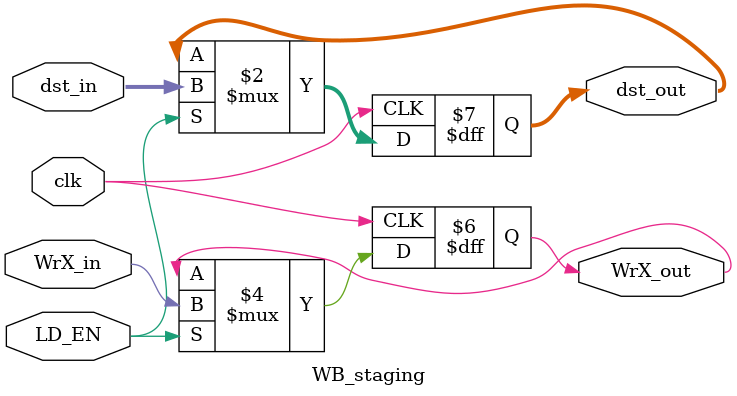
<source format=v>
module WB_staging(input WrX_in,
                  input [3:0] dst_in,
                  input LD_EN,
                  input clk,
                  output reg WrX_out,
                  output reg [3:0] dst_out );

    always@(posedge clk)
    begin
        if(LD_EN)
          begin
      			WrX_out <= WrX_in;
            dst_out <= dst_in;
          end
    end

endmodule

</source>
